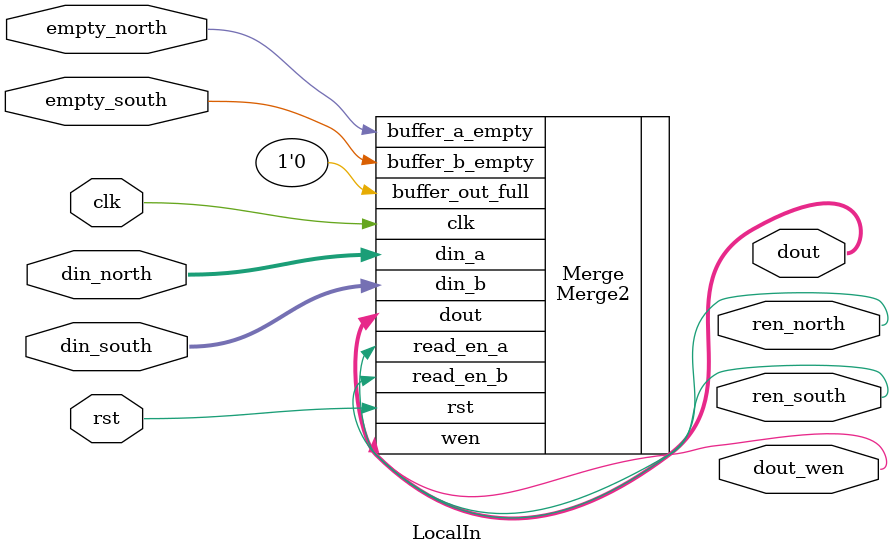
<source format=v>
`timescale 1ns / 1ps



module LocalIn #(
    parameter PACKET_WIDTH = 12
)(
    input clk,
    input rst,
    input [PACKET_WIDTH-1:0] din_north,
    input [PACKET_WIDTH-1:0] din_south,
    input empty_north,
    input empty_south,
    output ren_north,
    output ren_south,
    output [PACKET_WIDTH-1:0] dout,
    output dout_wen
    );

    Merge2 #(
        .DATA_WIDTH(PACKET_WIDTH)
    ) Merge (
        .clk(clk),
        .rst(rst),
        .din_a(din_north),
        .buffer_a_empty(empty_north),
        .din_b(din_south),
        .buffer_b_empty(empty_south),
        .buffer_out_full(1'b0),
        .read_en_a(ren_north),
        .read_en_b(ren_south),
        .dout(dout),
        .wen(dout_wen)
        );
    
endmodule

</source>
